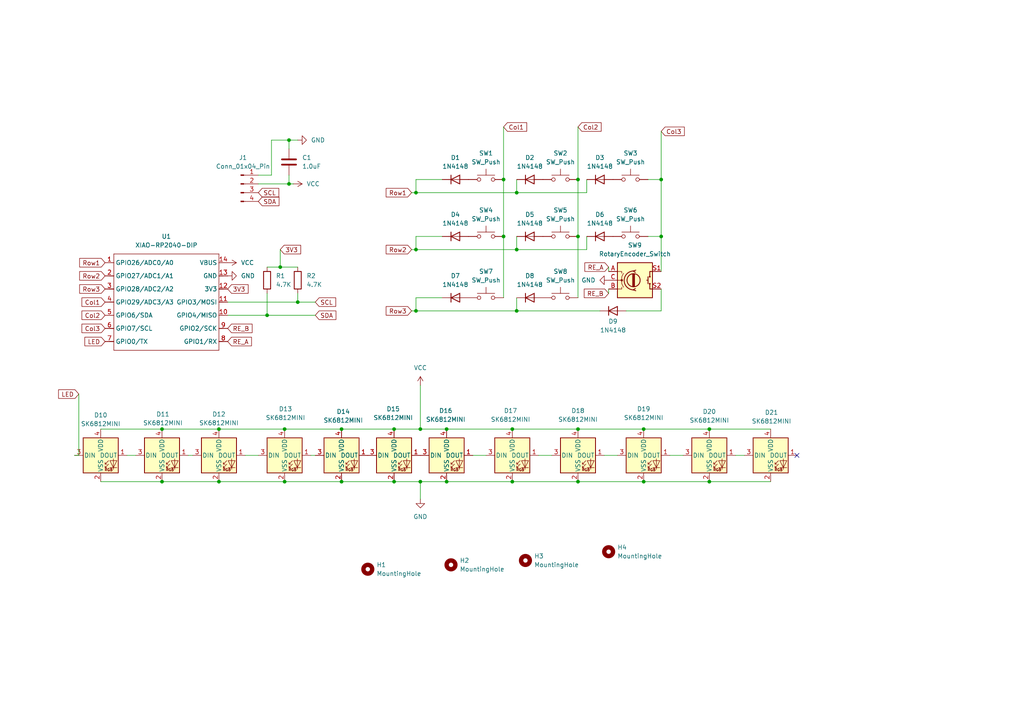
<source format=kicad_sch>
(kicad_sch (version 20250114) (generator "eeschema") (generator_version "9.0")
  (paper "A4")
  (lib_symbols
    (symbol "Connector:Conn_01x04_Pin" (pin_names (offset 1.016) (hide yes))
      (property "Reference" "J" (at 0 5.08 0))
      (property "Value" "Conn_01x04_Pin" (at 0 -7.62 0))
      (symbol "Conn_01x04_Pin_1_1"
        (rectangle (start 0.8636 2.667) (end 0 2.413) (stroke (width 0.1524)) (fill (type outline)))
        (rectangle (start 0.8636 0.127) (end 0 -0.127) (stroke (width 0.1524)) (fill (type outline)))
        (rectangle (start 0.8636 -2.413) (end 0 -2.667) (stroke (width 0.1524)) (fill (type outline)))
        (rectangle (start 0.8636 -4.953) (end 0 -5.207) (stroke (width 0.1524)) (fill (type outline)))
        (polyline (pts (xy 1.27 2.54) (xy 0.8636 2.54)) (stroke (width 0.1524)))
        (polyline (pts (xy 1.27 0) (xy 0.8636 0)) (stroke (width 0.1524)))
        (polyline (pts (xy 1.27 -2.54) (xy 0.8636 -2.54)) (stroke (width 0.1524)))
        (polyline (pts (xy 1.27 -5.08) (xy 0.8636 -5.08)) (stroke (width 0.1524)))
        (pin passive line (at 5.08 2.54 180) (length 3.81) (name "Pin_1") (number "1"))
        (pin passive line (at 5.08 0 180) (length 3.81) (name "Pin_2") (number "2"))
        (pin passive line (at 5.08 -2.54 180) (length 3.81) (name "Pin_3") (number "3"))
        (pin passive line (at 5.08 -5.08 180) (length 3.81) (name "Pin_4") (number "4"))
      )
    )
    (symbol "Device:C" (pin_numbers (hide yes)) (pin_names (offset 0.254))
      (property "Reference" "C" (at 0.635 2.54 0))
      (property "Value" "C" (at 0.635 -2.54 0))
      (symbol "C_0_1"
        (polyline (pts (xy -2.032 0.762) (xy 2.032 0.762)) (stroke (width 0.508)))
        (polyline (pts (xy -2.032 -0.762) (xy 2.032 -0.762)) (stroke (width 0.508)))
      )
      (symbol "C_1_1"
        (pin passive line (at 0 3.81 270) (length 2.794) (name "~") (number "1"))
        (pin passive line (at 0 -3.81 90) (length 2.794) (name "~") (number "2"))
      )
    )
    (symbol "Device:R" (pin_numbers (hide yes)) (pin_names (offset 0))
      (property "Reference" "R" (at 2.032 0 90))
      (property "Value" "R" (at 0 0 90))
      (symbol "R_0_1"
        (rectangle (start -1.016 -2.54) (end 1.016 2.54) (stroke (width 0.254)))
      )
      (symbol "R_1_1"
        (pin passive line (at 0 3.81 270) (length 1.27) (name "~") (number "1"))
        (pin passive line (at 0 -3.81 90) (length 1.27) (name "~") (number "2"))
      )
    )
    (symbol "Device:RotaryEncoder_Switch" (pin_names (offset 0.254) (hide yes))
      (property "Reference" "SW" (at 0 6.604 0))
      (property "Value" "RotaryEncoder_Switch" (at 0 -6.604 0))
      (symbol "RotaryEncoder_Switch_0_1"
        (rectangle (start -5.08 5.08) (end 5.08 -5.08) (stroke (width 0.254)) (fill (type background)))
        (polyline (pts (xy -5.08 2.54) (xy -3.81 2.54) (xy -3.81 2.032)))
        (polyline (pts (xy -5.08 0) (xy -3.81 0) (xy -3.81 -1.016) (xy -3.302 -2.032)))
        (polyline (pts (xy -5.08 -2.54) (xy -3.81 -2.54) (xy -3.81 -2.032)))
        (polyline (pts (xy -4.318 0) (xy -3.81 0) (xy -3.81 1.016) (xy -3.302 2.032)))
        (circle (center -3.81 0) (radius 0.254) (fill (type outline)))
        (polyline (pts (xy -0.635 -1.778) (xy -0.635 1.778)) (stroke (width 0.254)))
        (circle (center -0.381 0) (radius 1.905) (stroke (width 0.254)))
        (polyline (pts (xy -0.381 -1.778) (xy -0.381 1.778)) (stroke (width 0.254)))
        (arc (start -0.381 -2.794) (mid -3.0988 -0.0635) (end -0.381 2.667) (stroke (width 0.254)))
        (polyline (pts (xy -0.127 1.778) (xy -0.127 -1.778)) (stroke (width 0.254)))
        (polyline (pts (xy 0.254 2.921) (xy -0.508 2.667) (xy 0.127 2.286)) (stroke (width 0.254)))
        (polyline (pts (xy 0.254 -3.048) (xy -0.508 -2.794) (xy 0.127 -2.413)) (stroke (width 0.254)))
        (polyline (pts (xy 3.81 1.016) (xy 3.81 -1.016)) (stroke (width 0.254)))
        (polyline (pts (xy 3.81 0) (xy 3.429 0)) (stroke (width 0.254)))
        (circle (center 4.318 1.016) (radius 0.127) (stroke (width 0.254)))
        (circle (center 4.318 -1.016) (radius 0.127) (stroke (width 0.254)))
        (polyline (pts (xy 5.08 2.54) (xy 4.318 2.54) (xy 4.318 1.016)) (stroke (width 0.254)))
        (polyline (pts (xy 5.08 -2.54) (xy 4.318 -2.54) (xy 4.318 -1.016)) (stroke (width 0.254)))
      )
      (symbol "RotaryEncoder_Switch_1_1"
        (pin passive line (at -7.62 2.54 0) (length 2.54) (name "A") (number "A"))
        (pin passive line (at -7.62 0 0) (length 2.54) (name "C") (number "C"))
        (pin passive line (at -7.62 -2.54 0) (length 2.54) (name "B") (number "B"))
        (pin passive line (at 7.62 2.54 180) (length 2.54) (name "S1") (number "S1"))
        (pin passive line (at 7.62 -2.54 180) (length 2.54) (name "S2") (number "S2"))
      )
    )
    (symbol "Diode:1N4148" (pin_numbers (hide yes)) (pin_names (hide yes))
      (property "Reference" "D" (at 0 2.54 0))
      (property "Value" "1N4148" (at 0 -2.54 0))
      (symbol "1N4148_0_1"
        (polyline (pts (xy -1.27 1.27) (xy -1.27 -1.27)) (stroke (width 0.254)))
        (polyline (pts (xy 1.27 1.27) (xy 1.27 -1.27) (xy -1.27 0) (xy 1.27 1.27)) (stroke (width 0.254)))
        (polyline (pts (xy 1.27 0) (xy -1.27 0)))
      )
      (symbol "1N4148_1_1"
        (pin passive line (at -3.81 0 0) (length 2.54) (name "K") (number "1"))
        (pin passive line (at 3.81 0 180) (length 2.54) (name "A") (number "2"))
      )
    )
    (symbol "LED:SK6812MINI" (pin_names (offset 0.254))
      (property "Reference" "D" (at 5.08 5.715 0))
      (property "Value" "SK6812MINI" (at 1.27 -5.715 0))
      (symbol "SK6812MINI_0_0"
        (text "RGB" (at 2.286 -4.191 0) (effects (font (size 0.762 0.762))))
      )
      (symbol "SK6812MINI_0_1"
        (polyline (pts (xy 1.27 -2.54) (xy 1.778 -2.54)))
        (polyline (pts (xy 1.27 -3.556) (xy 1.778 -3.556)))
        (polyline (pts (xy 2.286 -1.524) (xy 1.27 -2.54) (xy 1.27 -2.032)))
        (polyline (pts (xy 2.286 -2.54) (xy 1.27 -3.556) (xy 1.27 -3.048)))
        (polyline (pts (xy 3.683 -1.016) (xy 3.683 -3.556) (xy 3.683 -4.064)))
        (polyline (pts (xy 4.699 -1.524) (xy 2.667 -1.524) (xy 3.683 -3.556) (xy 4.699 -1.524)))
        (polyline (pts (xy 4.699 -3.556) (xy 2.667 -3.556)))
        (rectangle (start 5.08 5.08) (end -5.08 -5.08) (stroke (width 0.254)) (fill (type background)))
      )
      (symbol "SK6812MINI_1_1"
        (pin input line (at -7.62 0 0) (length 2.54) (name "DIN") (number "3"))
        (pin power_in line (at 0 7.62 270) (length 2.54) (name "VDD") (number "4"))
        (pin power_in line (at 0 -7.62 90) (length 2.54) (name "VSS") (number "2"))
        (pin output line (at 7.62 0 180) (length 2.54) (name "DOUT") (number "1"))
      )
    )
    (symbol "Mechanical:MountingHole" (pin_names (offset 1.016)) (in_bom no)
      (property "Reference" "H" (at 0 5.08 0))
      (property "Value" "MountingHole" (at 0 3.175 0))
      (symbol "MountingHole_0_1"
        (circle (center 0 0) (radius 1.27) (stroke (width 1.27)))
      )
    )
    (symbol "OPL_Library:XIAO-RP2040-DIP"
      (property "Reference" "U" (at 0 0 0))
      (property "Value" "XIAO-RP2040-DIP" (at 5.334 -1.778 0))
      (symbol "XIAO-RP2040-DIP_1_0"
        (polyline (pts (xy -1.27 -2.54) (xy 29.21 -2.54)) (stroke (width 0.1524)))
        (polyline (pts (xy -1.27 -5.08) (xy -2.54 -5.08)) (stroke (width 0.1524)))
        (polyline (pts (xy -1.27 -5.08) (xy -1.27 -2.54)) (stroke (width 0.1524)))
        (polyline (pts (xy -1.27 -8.89) (xy -2.54 -8.89)) (stroke (width 0.1524)))
        (polyline (pts (xy -1.27 -8.89) (xy -1.27 -5.08)) (stroke (width 0.1524)))
        (polyline (pts (xy -1.27 -12.7) (xy -2.54 -12.7)) (stroke (width 0.1524)))
        (polyline (pts (xy -1.27 -12.7) (xy -1.27 -8.89)) (stroke (width 0.1524)))
        (polyline (pts (xy -1.27 -16.51) (xy -2.54 -16.51)) (stroke (width 0.1524)))
        (polyline (pts (xy -1.27 -16.51) (xy -1.27 -12.7)) (stroke (width 0.1524)))
        (polyline (pts (xy -1.27 -20.32) (xy -2.54 -20.32)) (stroke (width 0.1524)))
        (polyline (pts (xy -1.27 -24.13) (xy -2.54 -24.13)) (stroke (width 0.1524)))
        (polyline (pts (xy -1.27 -27.94) (xy -2.54 -27.94)) (stroke (width 0.1524)))
        (polyline (pts (xy -1.27 -30.48) (xy -1.27 -16.51)) (stroke (width 0.1524)))
        (polyline (pts (xy 29.21 -2.54) (xy 29.21 -5.08)) (stroke (width 0.1524)))
        (polyline (pts (xy 29.21 -5.08) (xy 29.21 -8.89)) (stroke (width 0.1524)))
        (polyline (pts (xy 29.21 -8.89) (xy 29.21 -12.7)) (stroke (width 0.1524)))
        (polyline (pts (xy 29.21 -12.7) (xy 29.21 -30.48)) (stroke (width 0.1524)))
        (polyline (pts (xy 29.21 -30.48) (xy -1.27 -30.48)) (stroke (width 0.1524)))
        (polyline (pts (xy 30.48 -5.08) (xy 29.21 -5.08)) (stroke (width 0.1524)))
        (polyline (pts (xy 30.48 -8.89) (xy 29.21 -8.89)) (stroke (width 0.1524)))
        (polyline (pts (xy 30.48 -12.7) (xy 29.21 -12.7)) (stroke (width 0.1524)))
        (polyline (pts (xy 30.48 -16.51) (xy 29.21 -16.51)) (stroke (width 0.1524)))
        (polyline (pts (xy 30.48 -20.32) (xy 29.21 -20.32)) (stroke (width 0.1524)))
        (polyline (pts (xy 30.48 -24.13) (xy 29.21 -24.13)) (stroke (width 0.1524)))
        (polyline (pts (xy 30.48 -27.94) (xy 29.21 -27.94)) (stroke (width 0.1524)))
        (pin passive line (at -3.81 -5.08 0) (length 2.54) (name "GPIO26/ADC0/A0") (number "1"))
        (pin passive line (at -3.81 -8.89 0) (length 2.54) (name "GPIO27/ADC1/A1") (number "2"))
        (pin passive line (at -3.81 -12.7 0) (length 2.54) (name "GPIO28/ADC2/A2") (number "3"))
        (pin passive line (at -3.81 -16.51 0) (length 2.54) (name "GPIO29/ADC3/A3") (number "4"))
        (pin passive line (at -3.81 -20.32 0) (length 2.54) (name "GPIO6/SDA") (number "5"))
        (pin passive line (at -3.81 -24.13 0) (length 2.54) (name "GPIO7/SCL") (number "6"))
        (pin passive line (at -3.81 -27.94 0) (length 2.54) (name "GPIO0/TX") (number "7"))
        (pin passive line (at 31.75 -5.08 180) (length 2.54) (name "VBUS") (number "14"))
        (pin passive line (at 31.75 -8.89 180) (length 2.54) (name "GND") (number "13"))
        (pin passive line (at 31.75 -12.7 180) (length 2.54) (name "3V3") (number "12"))
        (pin passive line (at 31.75 -16.51 180) (length 2.54) (name "GPIO3/MOSI") (number "11"))
        (pin passive line (at 31.75 -20.32 180) (length 2.54) (name "GPIO4/MISO") (number "10"))
        (pin passive line (at 31.75 -24.13 180) (length 2.54) (name "GPIO2/SCK") (number "9"))
        (pin passive line (at 31.75 -27.94 180) (length 2.54) (name "GPIO1/RX") (number "8"))
      )
    )
    (symbol "Switch:SW_Push" (pin_numbers (hide yes)) (pin_names (offset 1.016) (hide yes))
      (property "Reference" "SW" (at 1.27 2.54 0))
      (property "Value" "SW_Push" (at 0 -1.524 0))
      (symbol "SW_Push_0_1"
        (circle (center -2.032 0) (radius 0.508))
        (polyline (pts (xy 0 1.27) (xy 0 3.048)))
        (circle (center 2.032 0) (radius 0.508))
        (polyline (pts (xy 2.54 1.27) (xy -2.54 1.27)))
        (pin passive line (at -5.08 0 0) (length 2.54) (name "1") (number "1"))
        (pin passive line (at 5.08 0 180) (length 2.54) (name "2") (number "2"))
      )
    )
    (symbol "power:GND" (power) (pin_numbers (hide yes)) (pin_names (offset 0) (hide yes))
      (property "Value" "GND" (at 0 -3.81 0))
      (symbol "GND_0_1"
        (polyline (pts (xy 0 0) (xy 0 -1.27) (xy 1.27 -1.27) (xy 0 -2.54) (xy -1.27 -1.27) (xy 0 -1.27)))
      )
      (symbol "GND_1_1"
        (pin power_in line (at 0 0 270) (length 0) (name "~") (number "1"))
      )
    )
    (symbol "power:VCC" (power) (pin_numbers (hide yes)) (pin_names (offset 0) (hide yes))
      (property "Value" "VCC" (at 0 3.556 0))
      (symbol "VCC_0_1"
        (polyline (pts (xy -0.762 1.27) (xy 0 2.54)))
        (polyline (pts (xy 0 2.54) (xy 0.762 1.27)))
        (polyline (pts (xy 0 0) (xy 0 2.54)))
      )
      (symbol "VCC_1_1"
        (pin power_in line (at 0 0 90) (length 0) (name "~") (number "1"))
      )
    )
  )
  (junction (at 121.92 124.46))
  (junction (at 149.86 72.39))
  (junction (at 46.99 124.46))
  (junction (at 205.74 124.46))
  (junction (at 186.69 124.46))
  (junction (at 86.36 87.63))
  (junction (at 99.06 139.7))
  (junction (at 99.06 124.46))
  (junction (at 146.05 52.07))
  (junction (at 191.77 68.58))
  (junction (at 148.59 139.7))
  (junction (at 114.3 124.46))
  (junction (at 83.82 40.64))
  (junction (at 77.47 91.44))
  (junction (at 149.86 55.88))
  (junction (at 82.55 139.7))
  (junction (at 167.64 124.46))
  (junction (at 82.55 124.46))
  (junction (at 149.86 90.17))
  (junction (at 191.77 52.07))
  (junction (at 146.05 68.58))
  (junction (at 120.65 72.39))
  (junction (at 129.54 139.7))
  (junction (at 63.5 139.7))
  (junction (at 167.64 68.58))
  (junction (at 148.59 124.46))
  (junction (at 46.99 139.7))
  (junction (at 81.28 77.47))
  (junction (at 114.3 139.7))
  (junction (at 205.74 139.7))
  (junction (at 129.54 124.46))
  (junction (at 121.92 139.7))
  (junction (at 167.64 139.7))
  (junction (at 120.65 55.88))
  (junction (at 63.5 124.46))
  (junction (at 120.65 90.17))
  (junction (at 83.82 53.34))
  (junction (at 167.64 52.07))
  (junction (at 186.69 139.7))
  (no_connect (at 231.14 132.08))
  (wire (pts (xy 128.27 68.58) (xy 120.65 68.58)))
  (wire (pts (xy 146.05 68.58) (xy 146.05 86.36)))
  (wire (pts (xy 83.82 43.18) (xy 83.82 40.64)))
  (wire (pts (xy 191.77 68.58) (xy 191.77 78.74)))
  (wire (pts (xy 114.3 139.7) (xy 121.92 139.7)))
  (wire (pts (xy 54.61 132.08) (xy 55.88 132.08)))
  (wire (pts (xy 78.74 40.64) (xy 78.74 50.8)))
  (wire (pts (xy 86.36 85.09) (xy 86.36 87.63)))
  (wire (pts (xy 170.18 68.58) (xy 170.18 72.39)))
  (wire (pts (xy 205.74 124.46) (xy 223.52 124.46)))
  (wire (pts (xy 81.28 77.47) (xy 86.36 77.47)))
  (wire (pts (xy 120.65 68.58) (xy 120.65 72.39)))
  (wire (pts (xy 149.86 52.07) (xy 149.86 55.88)))
  (wire (pts (xy 121.92 144.78) (xy 121.92 139.7)))
  (wire (pts (xy 149.86 90.17) (xy 173.99 90.17)))
  (wire (pts (xy 156.21 132.08) (xy 160.02 132.08)))
  (wire (pts (xy 137.16 132.08) (xy 140.97 132.08)))
  (wire (pts (xy 167.64 124.46) (xy 186.69 124.46)))
  (wire (pts (xy 22.86 132.08) (xy 22.86 114.3)))
  (wire (pts (xy 119.38 55.88) (xy 120.65 55.88)))
  (wire (pts (xy 181.61 90.17) (xy 191.77 90.17)))
  (wire (pts (xy 85.09 53.34) (xy 83.82 53.34)))
  (wire (pts (xy 149.86 55.88) (xy 120.65 55.88)))
  (wire (pts (xy 119.38 90.17) (xy 120.65 90.17)))
  (wire (pts (xy 175.26 132.08) (xy 179.07 132.08)))
  (wire (pts (xy 191.77 68.58) (xy 187.96 68.58)))
  (wire (pts (xy 167.64 36.83) (xy 167.64 52.07)))
  (wire (pts (xy 120.65 55.88) (xy 120.65 52.07)))
  (wire (pts (xy 78.74 50.8) (xy 74.93 50.8)))
  (wire (pts (xy 78.74 40.64) (xy 83.82 40.64)))
  (wire (pts (xy 81.28 72.39) (xy 81.28 77.47)))
  (wire (pts (xy 191.77 38.1) (xy 191.77 52.07)))
  (wire (pts (xy 29.21 124.46) (xy 46.99 124.46)))
  (wire (pts (xy 74.93 53.34) (xy 83.82 53.34)))
  (wire (pts (xy 114.3 124.46) (xy 121.92 124.46)))
  (wire (pts (xy 29.21 139.7) (xy 46.99 139.7)))
  (wire (pts (xy 83.82 50.8) (xy 83.82 53.34)))
  (wire (pts (xy 128.27 86.36) (xy 120.65 86.36)))
  (wire (pts (xy 191.77 90.17) (xy 191.77 83.82)))
  (wire (pts (xy 120.65 90.17) (xy 149.86 90.17)))
  (wire (pts (xy 46.99 124.46) (xy 63.5 124.46)))
  (wire (pts (xy 194.31 132.08) (xy 198.12 132.08)))
  (wire (pts (xy 149.86 55.88) (xy 170.18 55.88)))
  (wire (pts (xy 213.36 132.08) (xy 215.9 132.08)))
  (wire (pts (xy 129.54 124.46) (xy 148.59 124.46)))
  (wire (pts (xy 120.65 72.39) (xy 149.86 72.39)))
  (wire (pts (xy 176.53 85.09) (xy 176.53 83.82)))
  (wire (pts (xy 170.18 52.07) (xy 170.18 55.88)))
  (wire (pts (xy 121.92 111.76) (xy 121.92 124.46)))
  (wire (pts (xy 36.83 132.08) (xy 39.37 132.08)))
  (wire (pts (xy 91.44 87.63) (xy 86.36 87.63)))
  (wire (pts (xy 71.12 132.08) (xy 74.93 132.08)))
  (wire (pts (xy 167.64 139.7) (xy 186.69 139.7)))
  (wire (pts (xy 186.69 139.7) (xy 205.74 139.7)))
  (wire (pts (xy 120.65 72.39) (xy 119.38 72.39)))
  (wire (pts (xy 120.65 86.36) (xy 120.65 90.17)))
  (wire (pts (xy 129.54 139.7) (xy 148.59 139.7)))
  (wire (pts (xy 66.04 91.44) (xy 77.47 91.44)))
  (wire (pts (xy 186.69 124.46) (xy 205.74 124.46)))
  (wire (pts (xy 121.92 124.46) (xy 129.54 124.46)))
  (wire (pts (xy 191.77 52.07) (xy 187.96 52.07)))
  (wire (pts (xy 121.92 139.7) (xy 129.54 139.7)))
  (wire (pts (xy 99.06 139.7) (xy 114.3 139.7)))
  (wire (pts (xy 90.17 132.08) (xy 91.44 132.08)))
  (wire (pts (xy 176.53 77.47) (xy 176.53 78.74)))
  (wire (pts (xy 149.86 68.58) (xy 149.86 72.39)))
  (wire (pts (xy 149.86 72.39) (xy 170.18 72.39)))
  (wire (pts (xy 46.99 139.7) (xy 63.5 139.7)))
  (wire (pts (xy 99.06 124.46) (xy 114.3 124.46)))
  (wire (pts (xy 77.47 91.44) (xy 91.44 91.44)))
  (wire (pts (xy 148.59 124.46) (xy 167.64 124.46)))
  (wire (pts (xy 191.77 52.07) (xy 191.77 68.58)))
  (wire (pts (xy 63.5 124.46) (xy 82.55 124.46)))
  (wire (pts (xy 82.55 139.7) (xy 99.06 139.7)))
  (wire (pts (xy 63.5 139.7) (xy 82.55 139.7)))
  (wire (pts (xy 205.74 139.7) (xy 223.52 139.7)))
  (wire (pts (xy 148.59 139.7) (xy 167.64 139.7)))
  (wire (pts (xy 66.04 87.63) (xy 86.36 87.63)))
  (wire (pts (xy 167.64 52.07) (xy 167.64 68.58)))
  (wire (pts (xy 146.05 52.07) (xy 146.05 68.58)))
  (wire (pts (xy 77.47 77.47) (xy 81.28 77.47)))
  (wire (pts (xy 82.55 124.46) (xy 99.06 124.46)))
  (wire (pts (xy 149.86 86.36) (xy 149.86 90.17)))
  (wire (pts (xy 21.59 132.08) (xy 22.86 132.08)))
  (wire (pts (xy 146.05 36.83) (xy 146.05 52.07)))
  (wire (pts (xy 86.36 40.64) (xy 83.82 40.64)))
  (wire (pts (xy 120.65 52.07) (xy 128.27 52.07)))
  (wire (pts (xy 167.64 68.58) (xy 167.64 86.36)))
  (wire (pts (xy 77.47 85.09) (xy 77.47 91.44)))
  (global_label "SDA" (shape input) (at 91.44 91.44 0) (property "Intersheetrefs" "${INTERSHEET_REFS}" (effects (hide yes))))
  (global_label "Row2" (shape input) (at 119.38 72.39 180) (property "Intersheetrefs" "${INTERSHEET_REFS}" (effects (hide yes))))
  (global_label "Row2" (shape input) (at 30.48 80.01 180) (property "Intersheetrefs" "${INTERSHEET_REFS}" (effects (hide yes))))
  (global_label "Col1" (shape input) (at 30.48 87.63 180) (property "Intersheetrefs" "${INTERSHEET_REFS}" (effects (hide yes))))
  (global_label "Row3" (shape input) (at 30.48 83.82 180) (property "Intersheetrefs" "${INTERSHEET_REFS}" (effects (hide yes))))
  (global_label "Col2" (shape input) (at 30.48 91.44 180) (property "Intersheetrefs" "${INTERSHEET_REFS}" (effects (hide yes))))
  (global_label "RE_A" (shape input) (at 176.53 77.47 180) (property "Intersheetrefs" "${INTERSHEET_REFS}" (effects (hide yes))))
  (global_label "RE_B" (shape input) (at 176.53 85.09 180) (property "Intersheetrefs" "${INTERSHEET_REFS}" (effects (hide yes))))
  (global_label "LED" (shape input) (at 22.86 114.3 180) (property "Intersheetrefs" "${INTERSHEET_REFS}" (effects (hide yes))))
  (global_label "SCL" (shape input) (at 91.44 87.63 0) (property "Intersheetrefs" "${INTERSHEET_REFS}" (effects (hide yes))))
  (global_label "LED" (shape input) (at 30.48 99.06 180) (property "Intersheetrefs" "${INTERSHEET_REFS}" (effects (hide yes))))
  (global_label "RE_A" (shape input) (at 66.04 99.06 0) (property "Intersheetrefs" "${INTERSHEET_REFS}" (effects (hide yes))))
  (global_label "Col3" (shape input) (at 30.48 95.25 180) (property "Intersheetrefs" "${INTERSHEET_REFS}" (effects (hide yes))))
  (global_label "RE_B" (shape input) (at 66.04 95.25 0) (property "Intersheetrefs" "${INTERSHEET_REFS}" (effects (hide yes))))
  (global_label "Row1" (shape input) (at 30.48 76.2 180) (property "Intersheetrefs" "${INTERSHEET_REFS}" (effects (hide yes))))
  (global_label "SDA" (shape input) (at 74.93 58.42 0) (property "Intersheetrefs" "${INTERSHEET_REFS}" (effects (hide yes))))
  (global_label "3V3" (shape input) (at 66.04 83.82 0) (property "Intersheetrefs" "${INTERSHEET_REFS}" (effects (hide yes))))
  (global_label "Row3" (shape input) (at 119.38 90.17 180) (property "Intersheetrefs" "${INTERSHEET_REFS}" (effects (hide yes))))
  (global_label "3V3" (shape input) (at 81.28 72.39 0) (property "Intersheetrefs" "${INTERSHEET_REFS}" (effects (hide yes))))
  (global_label "SCL" (shape input) (at 74.93 55.88 0) (property "Intersheetrefs" "${INTERSHEET_REFS}" (effects (hide yes))))
  (global_label "Col1" (shape input) (at 146.05 36.83 0) (property "Intersheetrefs" "${INTERSHEET_REFS}" (effects (hide yes))))
  (global_label "Col2" (shape input) (at 167.64 36.83 0) (property "Intersheetrefs" "${INTERSHEET_REFS}" (effects (hide yes))))
  (global_label "Col3" (shape input) (at 191.77 38.1 0) (property "Intersheetrefs" "${INTERSHEET_REFS}" (effects (hide yes))))
  (global_label "Row1" (shape input) (at 119.38 55.88 180) (property "Intersheetrefs" "${INTERSHEET_REFS}" (effects (hide yes))))
  (symbol (lib_id "Diode:1N4148") (at 153.67 86.36 0) (unit 1)
    (property "Reference" "D8" (at 153.67 80.01 0))
    (property "Value" "1N4148" (at 153.67 82.55 0))
    (property "Footprint" "Diode_THT:D_DO-35_SOD27_P7.62mm_Horizontal" (effects (hide yes)))
    (property "Datasheet" "https://assets.nexperia.com/documents/data-sheet/1N4148_1N4448.pdf" (effects (hide yes)))
    (property "Description" "100V 0.15A standard switching diode, DO-35" (effects (hide yes)))
    (property "Sim.Device" "D" (effects (hide yes)))
    (property "Sim.Pins" "1=K 2=A" (effects (hide yes)))
  )
  (symbol (lib_id "LED:SK6812MINI") (at 223.52 132.08 0) (unit 1)
    (property "Reference" "D21" (at 223.774 119.634 0))
    (property "Value" "SK6812MINI" (at 223.774 122.174 0))
    (property "Footprint" "LED_SMD:LED_SK6812MINI_PLCC4_3.5x3.5mm_P1.75mm" (effects (hide yes)))
    (property "Datasheet" "https://cdn-shop.adafruit.com/product-files/2686/SK6812MINI_REV.01-1-2.pdf" (effects (hide yes)))
    (property "Description" "RGB LED with integrated controller" (effects (hide yes)))
  )
  (symbol (lib_id "Diode:1N4148") (at 173.99 52.07 0) (unit 1)
    (property "Reference" "D3" (at 173.99 45.72 0))
    (property "Value" "1N4148" (at 173.99 48.26 0))
    (property "Footprint" "Diode_THT:D_DO-35_SOD27_P7.62mm_Horizontal" (effects (hide yes)))
    (property "Datasheet" "https://assets.nexperia.com/documents/data-sheet/1N4148_1N4448.pdf" (effects (hide yes)))
    (property "Description" "100V 0.15A standard switching diode, DO-35" (effects (hide yes)))
    (property "Sim.Device" "D" (effects (hide yes)))
    (property "Sim.Pins" "1=K 2=A" (effects (hide yes)))
  )
  (symbol (lib_id "Switch:SW_Push") (at 140.97 86.36 0) (unit 1)
    (property "Reference" "SW7" (at 140.97 78.74 0))
    (property "Value" "SW_Push" (at 140.97 81.28 0))
    (property "Footprint" "Button_Switch_Keyboard:SW_Cherry_MX_1.00u_PCB" (effects (hide yes)))
    (property "Description" "Push button switch, generic, two pins" (effects (hide yes)))
  )
  (symbol (lib_id "power:VCC") (at 121.92 111.76 0) (unit 1)
    (property "Reference" "#PWR06" (effects (hide yes)))
    (property "Value" "VCC" (at 121.92 106.68 0))
    (property "Description" "Power symbol creates a global label with name \"VCC\"" (effects (hide yes)))
  )
  (symbol (lib_id "Diode:1N4148") (at 132.08 52.07 0) (unit 1)
    (property "Reference" "D1" (at 132.08 45.72 0))
    (property "Value" "1N4148" (at 132.08 48.26 0))
    (property "Footprint" "Diode_THT:D_DO-35_SOD27_P7.62mm_Horizontal" (effects (hide yes)))
    (property "Datasheet" "https://assets.nexperia.com/documents/data-sheet/1N4148_1N4448.pdf" (effects (hide yes)))
    (property "Description" "100V 0.15A standard switching diode, DO-35" (effects (hide yes)))
    (property "Sim.Device" "D" (effects (hide yes)))
    (property "Sim.Pins" "1=K 2=A" (effects (hide yes)))
  )
  (symbol (lib_id "Switch:SW_Push") (at 162.56 52.07 0) (unit 1)
    (property "Reference" "SW2" (at 162.56 44.45 0))
    (property "Value" "SW_Push" (at 162.56 46.99 0))
    (property "Footprint" "Button_Switch_Keyboard:SW_Cherry_MX_1.00u_PCB" (effects (hide yes)))
    (property "Description" "Push button switch, generic, two pins" (effects (hide yes)))
  )
  (symbol (lib_id "Diode:1N4148") (at 132.08 68.58 0) (unit 1)
    (property "Reference" "D4" (at 132.08 62.23 0))
    (property "Value" "1N4148" (at 132.08 64.77 0))
    (property "Footprint" "Diode_THT:D_DO-35_SOD27_P7.62mm_Horizontal" (effects (hide yes)))
    (property "Datasheet" "https://assets.nexperia.com/documents/data-sheet/1N4148_1N4448.pdf" (effects (hide yes)))
    (property "Description" "100V 0.15A standard switching diode, DO-35" (effects (hide yes)))
    (property "Sim.Device" "D" (effects (hide yes)))
    (property "Sim.Pins" "1=K 2=A" (effects (hide yes)))
  )
  (symbol (lib_id "power:GND") (at 176.53 81.28 270) (unit 1)
    (property "Reference" "#PWR02" (effects (hide yes)))
    (property "Value" "GND" (at 172.72 81.2799 90) (effects (justify right)))
    (property "Description" "Power symbol creates a global label with name \"GND\" , ground" (effects (hide yes)))
  )
  (symbol (lib_id "LED:SK6812MINI") (at 148.59 132.08 0) (unit 1)
    (property "Reference" "D17" (at 148.082 119.126 0))
    (property "Value" "SK6812MINI" (at 148.082 121.666 0))
    (property "Footprint" "LED_SMD:LED_SK6812MINI_PLCC4_3.5x3.5mm_P1.75mm" (effects (hide yes)))
    (property "Datasheet" "https://cdn-shop.adafruit.com/product-files/2686/SK6812MINI_REV.01-1-2.pdf" (effects (hide yes)))
    (property "Description" "RGB LED with integrated controller" (effects (hide yes)))
  )
  (symbol (lib_id "Device:R") (at 77.47 81.28 0) (unit 1)
    (property "Reference" "R1" (at 80.01 80.0099 0) (effects (justify left)))
    (property "Value" "4.7K" (at 80.01 82.5499 0) (effects (justify left)))
    (property "Footprint" "Resistor_THT:R_Axial_DIN0207_L6.3mm_D2.5mm_P10.16mm_Horizontal" (effects (hide yes)))
    (property "Description" "Resistor" (effects (hide yes)))
  )
  (symbol (lib_id "Switch:SW_Push") (at 162.56 86.36 0) (unit 1)
    (property "Reference" "SW8" (at 162.56 78.74 0))
    (property "Value" "SW_Push" (at 162.56 81.28 0))
    (property "Footprint" "Button_Switch_Keyboard:SW_Cherry_MX_1.00u_PCB" (effects (hide yes)))
    (property "Description" "Push button switch, generic, two pins" (effects (hide yes)))
  )
  (symbol (lib_id "Switch:SW_Push") (at 140.97 52.07 0) (unit 1)
    (property "Reference" "SW1" (at 140.97 44.45 0))
    (property "Value" "SW_Push" (at 140.97 46.99 0))
    (property "Footprint" "Button_Switch_Keyboard:SW_Cherry_MX_1.00u_PCB" (effects (hide yes)))
    (property "Description" "Push button switch, generic, two pins" (effects (hide yes)))
  )
  (symbol (lib_id "power:GND") (at 86.36 40.64 90) (unit 1)
    (property "Reference" "#PWR01" (effects (hide yes)))
    (property "Value" "GND" (at 90.17 40.6399 90) (effects (justify right)))
    (property "Description" "Power symbol creates a global label with name \"GND\" , ground" (effects (hide yes)))
  )
  (symbol (lib_id "Mechanical:MountingHole") (at 152.4 162.56 0) (unit 1) (in_bom no)
    (property "Reference" "H3" (at 154.94 161.2899 0) (effects (justify left)))
    (property "Value" "MountingHole" (at 154.94 163.8299 0) (effects (justify left)))
    (property "Footprint" "MountingHole:MountingHole_3.2mm_M3" (effects (hide yes)))
    (property "Description" "Mounting Hole without connection" (effects (hide yes)))
  )
  (symbol (lib_id "LED:SK6812MINI") (at 63.5 132.08 0) (unit 1)
    (property "Reference" "D12" (at 63.5 120.142 0))
    (property "Value" "SK6812MINI" (at 63.5 122.682 0))
    (property "Footprint" "LED_SMD:LED_SK6812MINI_PLCC4_3.5x3.5mm_P1.75mm" (effects (hide yes)))
    (property "Datasheet" "https://cdn-shop.adafruit.com/product-files/2686/SK6812MINI_REV.01-1-2.pdf" (effects (hide yes)))
    (property "Description" "RGB LED with integrated controller" (effects (hide yes)))
  )
  (symbol (lib_id "OPL_Library:XIAO-RP2040-DIP") (at 34.29 71.12 0) (unit 1)
    (property "Reference" "U1" (at 48.26 68.58 0))
    (property "Value" "XIAO-RP2040-DIP" (at 48.26 71.12 0))
    (property "Footprint" "OPL Lib:XIAO-RP2040-DIP" (effects (hide yes)))
  )
  (symbol (lib_id "Diode:1N4148") (at 177.8 90.17 0) (unit 1)
    (property "Reference" "D9" (at 177.8 93.218 0))
    (property "Value" "1N4148" (at 177.8 95.758 0))
    (property "Footprint" "Diode_THT:D_DO-35_SOD27_P7.62mm_Horizontal" (effects (hide yes)))
    (property "Datasheet" "https://assets.nexperia.com/documents/data-sheet/1N4148_1N4448.pdf" (effects (hide yes)))
    (property "Description" "100V 0.15A standard switching diode, DO-35" (effects (hide yes)))
    (property "Sim.Device" "D" (effects (hide yes)))
    (property "Sim.Pins" "1=K 2=A" (effects (hide yes)))
  )
  (symbol (lib_id "Device:R") (at 86.36 81.28 0) (unit 1)
    (property "Reference" "R2" (at 88.9 80.0099 0) (effects (justify left)))
    (property "Value" "4.7K" (at 88.9 82.5499 0) (effects (justify left)))
    (property "Footprint" "Resistor_THT:R_Axial_DIN0207_L6.3mm_D2.5mm_P10.16mm_Horizontal" (effects (hide yes)))
    (property "Description" "Resistor" (effects (hide yes)))
  )
  (symbol (lib_id "LED:SK6812MINI") (at 29.21 132.08 0) (unit 1)
    (property "Reference" "D10" (at 29.21 120.396 0))
    (property "Value" "SK6812MINI" (at 29.21 122.936 0))
    (property "Footprint" "LED_SMD:LED_SK6812MINI_PLCC4_3.5x3.5mm_P1.75mm" (effects (hide yes)))
    (property "Datasheet" "https://cdn-shop.adafruit.com/product-files/2686/SK6812MINI_REV.01-1-2.pdf" (effects (hide yes)))
    (property "Description" "RGB LED with integrated controller" (effects (hide yes)))
  )
  (symbol (lib_id "Switch:SW_Push") (at 140.97 68.58 0) (unit 1)
    (property "Reference" "SW4" (at 140.97 60.96 0))
    (property "Value" "SW_Push" (at 140.97 63.5 0))
    (property "Footprint" "Button_Switch_Keyboard:SW_Cherry_MX_1.00u_PCB" (effects (hide yes)))
    (property "Description" "Push button switch, generic, two pins" (effects (hide yes)))
  )
  (symbol (lib_id "Switch:SW_Push") (at 182.88 52.07 0) (unit 1)
    (property "Reference" "SW3" (at 182.88 44.45 0))
    (property "Value" "SW_Push" (at 182.88 46.99 0))
    (property "Footprint" "Button_Switch_Keyboard:SW_Cherry_MX_1.00u_PCB" (effects (hide yes)))
    (property "Description" "Push button switch, generic, two pins" (effects (hide yes)))
  )
  (symbol (lib_id "Switch:SW_Push") (at 162.56 68.58 0) (unit 1)
    (property "Reference" "SW5" (at 162.56 60.96 0))
    (property "Value" "SW_Push" (at 162.56 63.5 0))
    (property "Footprint" "Button_Switch_Keyboard:SW_Cherry_MX_1.00u_PCB" (effects (hide yes)))
    (property "Description" "Push button switch, generic, two pins" (effects (hide yes)))
  )
  (symbol (lib_id "Connector:Conn_01x04_Pin") (at 69.85 53.34 0) (unit 1)
    (property "Reference" "J1" (at 70.485 45.72 0))
    (property "Value" "Conn_01x04_Pin" (at 70.485 48.26 0))
    (property "Footprint" "Connector_PinHeader_2.54mm:PinHeader_1x04_P2.54mm_Vertical" (effects (hide yes)))
    (property "Description" "Generic connector, single row, 01x04, script generated" (effects (hide yes)))
  )
  (symbol (lib_id "power:VCC") (at 66.04 76.2 270) (unit 1)
    (property "Reference" "#PWR04" (effects (hide yes)))
    (property "Value" "VCC" (at 69.85 76.1999 90) (effects (justify left)))
    (property "Description" "Power symbol creates a global label with name \"VCC\"" (effects (hide yes)))
  )
  (symbol (lib_id "power:GND") (at 66.04 80.01 90) (unit 1)
    (property "Reference" "#PWR03" (effects (hide yes)))
    (property "Value" "GND" (at 69.85 80.0099 90) (effects (justify right)))
    (property "Description" "Power symbol creates a global label with name \"GND\" , ground" (effects (hide yes)))
  )
  (symbol (lib_id "LED:SK6812MINI") (at 129.54 132.08 0) (unit 1)
    (property "Reference" "D16" (at 129.286 119.126 0))
    (property "Value" "SK6812MINI" (at 129.286 121.666 0))
    (property "Footprint" "LED_SMD:LED_SK6812MINI_PLCC4_3.5x3.5mm_P1.75mm" (effects (hide yes)))
    (property "Datasheet" "https://cdn-shop.adafruit.com/product-files/2686/SK6812MINI_REV.01-1-2.pdf" (effects (hide yes)))
    (property "Description" "RGB LED with integrated controller" (effects (hide yes)))
  )
  (symbol (lib_id "Mechanical:MountingHole") (at 176.53 160.02 0) (unit 1) (in_bom no)
    (property "Reference" "H4" (at 179.07 158.7499 0) (effects (justify left)))
    (property "Value" "MountingHole" (at 179.07 161.2899 0) (effects (justify left)))
    (property "Footprint" "MountingHole:MountingHole_3.2mm_M3" (effects (hide yes)))
    (property "Description" "Mounting Hole without connection" (effects (hide yes)))
  )
  (symbol (lib_id "LED:SK6812MINI") (at 46.99 132.08 0) (unit 1)
    (property "Reference" "D11" (at 47.244 120.142 0))
    (property "Value" "SK6812MINI" (at 47.244 122.682 0))
    (property "Footprint" "LED_SMD:LED_SK6812MINI_PLCC4_3.5x3.5mm_P1.75mm" (effects (hide yes)))
    (property "Datasheet" "https://cdn-shop.adafruit.com/product-files/2686/SK6812MINI_REV.01-1-2.pdf" (effects (hide yes)))
    (property "Description" "RGB LED with integrated controller" (effects (hide yes)))
  )
  (symbol (lib_id "Device:C") (at 83.82 46.99 0) (unit 1)
    (property "Reference" "C1" (at 87.63 45.7199 0) (effects (justify left)))
    (property "Value" "1.0uF" (at 87.63 48.2599 0) (effects (justify left)))
    (property "Footprint" "Capacitor_THT:C_Axial_L5.1mm_D3.1mm_P15.00mm_Horizontal" (effects (hide yes)))
    (property "Description" "Unpolarized capacitor" (effects (hide yes)))
  )
  (symbol (lib_id "LED:SK6812MINI") (at 186.69 132.08 0) (unit 1)
    (property "Reference" "D19" (at 186.69 118.618 0))
    (property "Value" "SK6812MINI" (at 186.69 121.158 0))
    (property "Footprint" "LED_SMD:LED_SK6812MINI_PLCC4_3.5x3.5mm_P1.75mm" (effects (hide yes)))
    (property "Datasheet" "https://cdn-shop.adafruit.com/product-files/2686/SK6812MINI_REV.01-1-2.pdf" (effects (hide yes)))
    (property "Description" "RGB LED with integrated controller" (effects (hide yes)))
  )
  (symbol (lib_id "Diode:1N4148") (at 173.99 68.58 0) (unit 1)
    (property "Reference" "D6" (at 173.99 62.23 0))
    (property "Value" "1N4148" (at 173.99 64.77 0))
    (property "Footprint" "Diode_THT:D_DO-35_SOD27_P7.62mm_Horizontal" (effects (hide yes)))
    (property "Datasheet" "https://assets.nexperia.com/documents/data-sheet/1N4148_1N4448.pdf" (effects (hide yes)))
    (property "Description" "100V 0.15A standard switching diode, DO-35" (effects (hide yes)))
    (property "Sim.Device" "D" (effects (hide yes)))
    (property "Sim.Pins" "1=K 2=A" (effects (hide yes)))
  )
  (symbol (lib_id "LED:SK6812MINI") (at 114.3 132.08 0) (unit 1)
    (property "Reference" "D15" (at 114.046 118.618 0))
    (property "Value" "SK6812MINI" (at 114.046 121.158 0))
    (property "Footprint" "LED_SMD:LED_SK6812MINI_PLCC4_3.5x3.5mm_P1.75mm" (effects (hide yes)))
    (property "Datasheet" "https://cdn-shop.adafruit.com/product-files/2686/SK6812MINI_REV.01-1-2.pdf" (effects (hide yes)))
    (property "Description" "RGB LED with integrated controller" (effects (hide yes)))
  )
  (symbol (lib_id "Switch:SW_Push") (at 182.88 68.58 0) (unit 1)
    (property "Reference" "SW6" (at 182.88 60.96 0))
    (property "Value" "SW_Push" (at 182.88 63.5 0))
    (property "Footprint" "Button_Switch_Keyboard:SW_Cherry_MX_1.00u_PCB" (effects (hide yes)))
    (property "Description" "Push button switch, generic, two pins" (effects (hide yes)))
  )
  (symbol (lib_id "LED:SK6812MINI") (at 82.55 132.08 0) (unit 1)
    (property "Reference" "D13" (at 82.804 118.618 0))
    (property "Value" "SK6812MINI" (at 82.804 121.158 0))
    (property "Footprint" "LED_SMD:LED_SK6812MINI_PLCC4_3.5x3.5mm_P1.75mm" (effects (hide yes)))
    (property "Datasheet" "https://cdn-shop.adafruit.com/product-files/2686/SK6812MINI_REV.01-1-2.pdf" (effects (hide yes)))
    (property "Description" "RGB LED with integrated controller" (effects (hide yes)))
  )
  (symbol (lib_id "Mechanical:MountingHole") (at 130.81 163.83 0) (unit 1) (in_bom no)
    (property "Reference" "H2" (at 133.35 162.5599 0) (effects (justify left)))
    (property "Value" "MountingHole" (at 133.35 165.0999 0) (effects (justify left)))
    (property "Footprint" "MountingHole:MountingHole_3.2mm_M3" (effects (hide yes)))
    (property "Description" "Mounting Hole without connection" (effects (hide yes)))
  )
  (symbol (lib_id "LED:SK6812MINI") (at 167.64 132.08 0) (unit 1)
    (property "Reference" "D18" (at 167.64 119.126 0))
    (property "Value" "SK6812MINI" (at 167.64 121.666 0))
    (property "Footprint" "LED_SMD:LED_SK6812MINI_PLCC4_3.5x3.5mm_P1.75mm" (effects (hide yes)))
    (property "Datasheet" "https://cdn-shop.adafruit.com/product-files/2686/SK6812MINI_REV.01-1-2.pdf" (effects (hide yes)))
    (property "Description" "RGB LED with integrated controller" (effects (hide yes)))
  )
  (symbol (lib_id "Diode:1N4148") (at 153.67 52.07 0) (unit 1)
    (property "Reference" "D2" (at 153.67 45.72 0))
    (property "Value" "1N4148" (at 153.67 48.26 0))
    (property "Footprint" "Diode_THT:D_DO-35_SOD27_P7.62mm_Horizontal" (effects (hide yes)))
    (property "Datasheet" "https://assets.nexperia.com/documents/data-sheet/1N4148_1N4448.pdf" (effects (hide yes)))
    (property "Description" "100V 0.15A standard switching diode, DO-35" (effects (hide yes)))
    (property "Sim.Device" "D" (effects (hide yes)))
    (property "Sim.Pins" "1=K 2=A" (effects (hide yes)))
  )
  (symbol (lib_id "power:GND") (at 121.92 144.78 0) (unit 1)
    (property "Reference" "#PWR07" (effects (hide yes)))
    (property "Value" "GND" (at 121.92 149.86 0))
    (property "Description" "Power symbol creates a global label with name \"GND\" , ground" (effects (hide yes)))
  )
  (symbol (lib_id "Diode:1N4148") (at 132.08 86.36 0) (unit 1)
    (property "Reference" "D7" (at 132.08 80.01 0))
    (property "Value" "1N4148" (at 132.08 82.55 0))
    (property "Footprint" "Diode_THT:D_DO-35_SOD27_P7.62mm_Horizontal" (effects (hide yes)))
    (property "Datasheet" "https://assets.nexperia.com/documents/data-sheet/1N4148_1N4448.pdf" (effects (hide yes)))
    (property "Description" "100V 0.15A standard switching diode, DO-35" (effects (hide yes)))
    (property "Sim.Device" "D" (effects (hide yes)))
    (property "Sim.Pins" "1=K 2=A" (effects (hide yes)))
  )
  (symbol (lib_id "power:VCC") (at 85.09 53.34 270) (unit 1)
    (property "Reference" "#PWR05" (effects (hide yes)))
    (property "Value" "VCC" (at 88.9 53.3399 90) (effects (justify left)))
    (property "Description" "Power symbol creates a global label with name \"VCC\"" (effects (hide yes)))
  )
  (symbol (lib_id "LED:SK6812MINI") (at 205.74 132.08 0) (unit 1)
    (property "Reference" "D20" (at 205.74 119.38 0))
    (property "Value" "SK6812MINI" (at 205.74 121.92 0))
    (property "Footprint" "LED_SMD:LED_SK6812MINI_PLCC4_3.5x3.5mm_P1.75mm" (effects (hide yes)))
    (property "Datasheet" "https://cdn-shop.adafruit.com/product-files/2686/SK6812MINI_REV.01-1-2.pdf" (effects (hide yes)))
    (property "Description" "RGB LED with integrated controller" (effects (hide yes)))
  )
  (symbol (lib_id "Device:RotaryEncoder_Switch") (at 184.15 81.28 0) (unit 1)
    (property "Reference" "SW9" (at 184.15 71.12 0))
    (property "Value" "RotaryEncoder_Switch" (at 184.15 73.66 0))
    (property "Footprint" "Rotary_Encoder:RotaryEncoder_Alps_EC11E-Switch_Vertical_H20mm" (effects (hide yes)))
    (property "Description" "Rotary encoder, dual channel, incremental quadrate outputs, with switch" (effects (hide yes)))
  )
  (symbol (lib_id "LED:SK6812MINI") (at 99.06 132.08 0) (unit 1)
    (property "Reference" "D14" (at 99.568 119.38 0))
    (property "Value" "SK6812MINI" (at 99.568 121.92 0))
    (property "Footprint" "LED_SMD:LED_SK6812MINI_PLCC4_3.5x3.5mm_P1.75mm" (effects (hide yes)))
    (property "Datasheet" "https://cdn-shop.adafruit.com/product-files/2686/SK6812MINI_REV.01-1-2.pdf" (effects (hide yes)))
    (property "Description" "RGB LED with integrated controller" (effects (hide yes)))
  )
  (symbol (lib_id "Mechanical:MountingHole") (at 106.68 165.1 0) (unit 1) (in_bom no)
    (property "Reference" "H1" (at 109.22 163.8299 0) (effects (justify left)))
    (property "Value" "MountingHole" (at 109.22 166.3699 0) (effects (justify left)))
    (property "Footprint" "MountingHole:MountingHole_3.2mm_M3" (effects (hide yes)))
    (property "Description" "Mounting Hole without connection" (effects (hide yes)))
  )
  (symbol (lib_id "Diode:1N4148") (at 153.67 68.58 0) (unit 1)
    (property "Reference" "D5" (at 153.67 62.23 0))
    (property "Value" "1N4148" (at 153.67 64.77 0))
    (property "Footprint" "Diode_THT:D_DO-35_SOD27_P7.62mm_Horizontal" (effects (hide yes)))
    (property "Datasheet" "https://assets.nexperia.com/documents/data-sheet/1N4148_1N4448.pdf" (effects (hide yes)))
    (property "Description" "100V 0.15A standard switching diode, DO-35" (effects (hide yes)))
    (property "Sim.Device" "D" (effects (hide yes)))
    (property "Sim.Pins" "1=K 2=A" (effects (hide yes)))
  )
)
</source>
